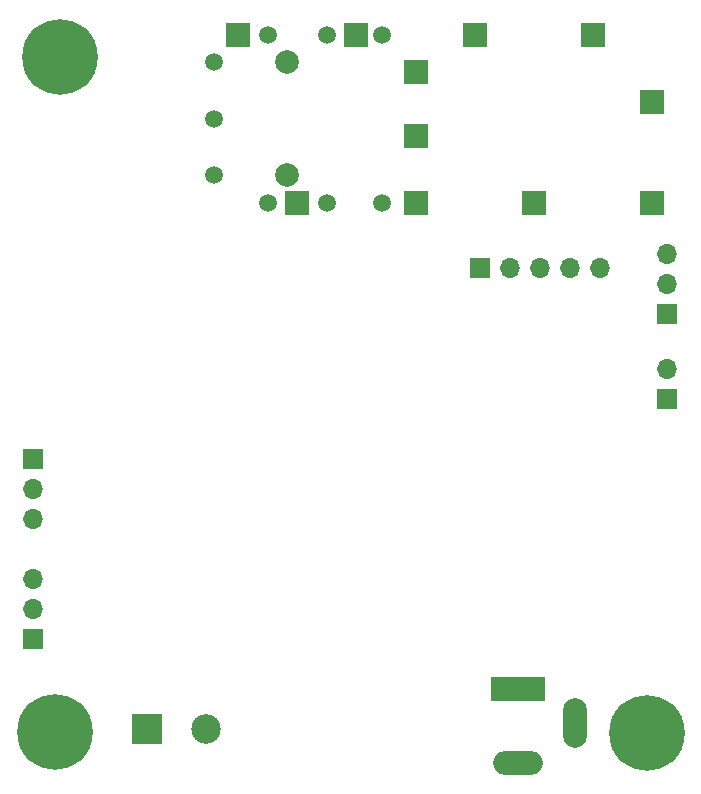
<source format=gbr>
%TF.GenerationSoftware,KiCad,Pcbnew,8.0.5*%
%TF.CreationDate,2025-11-07T08:13:22-03:00*%
%TF.ProjectId,sfp_moduloIC,7366705f-6d6f-4647-956c-6f49432e6b69,v1.0*%
%TF.SameCoordinates,Original*%
%TF.FileFunction,Soldermask,Bot*%
%TF.FilePolarity,Negative*%
%FSLAX46Y46*%
G04 Gerber Fmt 4.6, Leading zero omitted, Abs format (unit mm)*
G04 Created by KiCad (PCBNEW 8.0.5) date 2025-11-07 08:13:22*
%MOMM*%
%LPD*%
G01*
G04 APERTURE LIST*
%ADD10R,2.500000X2.500000*%
%ADD11C,2.500000*%
%ADD12C,6.400000*%
%ADD13R,4.600000X2.000000*%
%ADD14O,4.200000X2.000000*%
%ADD15O,2.000000X4.200000*%
%ADD16R,1.700000X1.700000*%
%ADD17O,1.700000X1.700000*%
%ADD18C,2.000000*%
%ADD19R,2.000000X2.000000*%
%ADD20C,1.500000*%
G04 APERTURE END LIST*
D10*
%TO.C,J8*%
X127940001Y-112930000D03*
D11*
X132940001Y-112930000D03*
%TD*%
D12*
%TO.C,H1*%
X120590001Y-56030000D03*
%TD*%
D13*
%TO.C,J7*%
X159390001Y-109540000D03*
D14*
X159390001Y-115840000D03*
D15*
X164190001Y-112440000D03*
%TD*%
D16*
%TO.C,J1*%
X156210001Y-73940000D03*
D17*
X158750001Y-73940000D03*
X161290001Y-73940000D03*
X163830001Y-73940000D03*
X166370001Y-73940000D03*
%TD*%
D16*
%TO.C,J4*%
X171990001Y-77775000D03*
D17*
X171990001Y-75235000D03*
X171990001Y-72695000D03*
%TD*%
D18*
%TO.C,J6*%
X139815001Y-66070000D03*
X139815001Y-56470000D03*
D19*
X170715001Y-68395000D03*
X170715001Y-59820000D03*
X165715001Y-54145000D03*
X160715001Y-68395000D03*
X155715001Y-54145000D03*
X150715001Y-68395000D03*
X150715001Y-62720000D03*
X150715001Y-57320000D03*
D20*
X147915001Y-68395000D03*
X147915001Y-54145000D03*
D19*
X145715001Y-54145000D03*
D20*
X143215001Y-68395000D03*
X143215001Y-54145000D03*
D19*
X140715001Y-68395000D03*
D20*
X138215001Y-68395000D03*
X138215001Y-54145000D03*
D19*
X135715001Y-54145000D03*
D20*
X133615001Y-66070000D03*
X133615001Y-61270000D03*
X133615001Y-56470000D03*
%TD*%
D16*
%TO.C,J3*%
X118305001Y-105285000D03*
D17*
X118305001Y-102745000D03*
X118305001Y-100205000D03*
%TD*%
D16*
%TO.C,J2*%
X118350001Y-90050000D03*
D17*
X118350001Y-92590000D03*
X118350001Y-95130000D03*
%TD*%
D12*
%TO.C,H2*%
X170320002Y-113240001D03*
%TD*%
D16*
%TO.C,J5*%
X172010001Y-85035000D03*
D17*
X172010001Y-82495000D03*
%TD*%
D12*
%TO.C,H3*%
X120150001Y-113230000D03*
%TD*%
M02*

</source>
